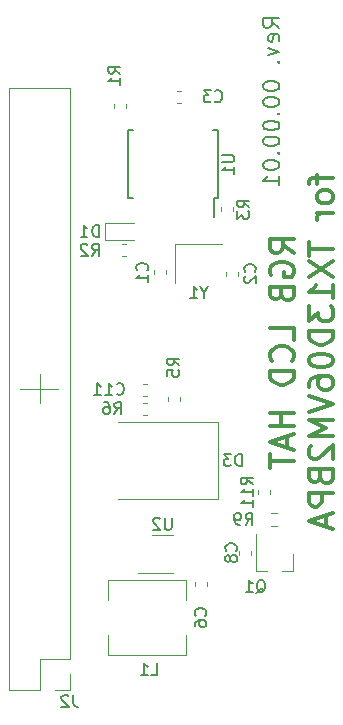
<source format=gbo>
G04 #@! TF.GenerationSoftware,KiCad,Pcbnew,(5.1.4)-1*
G04 #@! TF.CreationDate,2021-02-22T09:31:14+01:00*
G04 #@! TF.ProjectId,rgb_lcd_pihat,7267625f-6c63-4645-9f70-696861742e6b,rev?*
G04 #@! TF.SameCoordinates,Original*
G04 #@! TF.FileFunction,Legend,Bot*
G04 #@! TF.FilePolarity,Positive*
%FSLAX46Y46*%
G04 Gerber Fmt 4.6, Leading zero omitted, Abs format (unit mm)*
G04 Created by KiCad (PCBNEW (5.1.4)-1) date 2021-02-22 09:31:14*
%MOMM*%
%LPD*%
G04 APERTURE LIST*
%ADD10C,0.200000*%
%ADD11C,0.300000*%
%ADD12C,0.120000*%
%ADD13C,0.150000*%
G04 APERTURE END LIST*
D10*
X64033333Y-36966666D02*
X63366666Y-36500000D01*
X64033333Y-36166666D02*
X62633333Y-36166666D01*
X62633333Y-36700000D01*
X62700000Y-36833333D01*
X62766666Y-36900000D01*
X62900000Y-36966666D01*
X63100000Y-36966666D01*
X63233333Y-36900000D01*
X63300000Y-36833333D01*
X63366666Y-36700000D01*
X63366666Y-36166666D01*
X63966666Y-38100000D02*
X64033333Y-37966666D01*
X64033333Y-37700000D01*
X63966666Y-37566666D01*
X63833333Y-37500000D01*
X63300000Y-37500000D01*
X63166666Y-37566666D01*
X63100000Y-37700000D01*
X63100000Y-37966666D01*
X63166666Y-38100000D01*
X63300000Y-38166666D01*
X63433333Y-38166666D01*
X63566666Y-37500000D01*
X63100000Y-38633333D02*
X64033333Y-38966666D01*
X63100000Y-39300000D01*
X63900000Y-39833333D02*
X63966666Y-39900000D01*
X64033333Y-39833333D01*
X63966666Y-39766666D01*
X63900000Y-39833333D01*
X64033333Y-39833333D01*
X62633333Y-41833333D02*
X62633333Y-41966666D01*
X62700000Y-42099999D01*
X62766666Y-42166666D01*
X62900000Y-42233333D01*
X63166666Y-42299999D01*
X63500000Y-42299999D01*
X63766666Y-42233333D01*
X63900000Y-42166666D01*
X63966666Y-42099999D01*
X64033333Y-41966666D01*
X64033333Y-41833333D01*
X63966666Y-41699999D01*
X63900000Y-41633333D01*
X63766666Y-41566666D01*
X63500000Y-41499999D01*
X63166666Y-41499999D01*
X62900000Y-41566666D01*
X62766666Y-41633333D01*
X62700000Y-41699999D01*
X62633333Y-41833333D01*
X62633333Y-43166666D02*
X62633333Y-43299999D01*
X62700000Y-43433333D01*
X62766666Y-43499999D01*
X62900000Y-43566666D01*
X63166666Y-43633333D01*
X63500000Y-43633333D01*
X63766666Y-43566666D01*
X63900000Y-43499999D01*
X63966666Y-43433333D01*
X64033333Y-43299999D01*
X64033333Y-43166666D01*
X63966666Y-43033333D01*
X63900000Y-42966666D01*
X63766666Y-42899999D01*
X63500000Y-42833333D01*
X63166666Y-42833333D01*
X62900000Y-42899999D01*
X62766666Y-42966666D01*
X62700000Y-43033333D01*
X62633333Y-43166666D01*
X63900000Y-44233333D02*
X63966666Y-44299999D01*
X64033333Y-44233333D01*
X63966666Y-44166666D01*
X63900000Y-44233333D01*
X64033333Y-44233333D01*
X62633333Y-45166666D02*
X62633333Y-45299999D01*
X62700000Y-45433333D01*
X62766666Y-45499999D01*
X62900000Y-45566666D01*
X63166666Y-45633333D01*
X63500000Y-45633333D01*
X63766666Y-45566666D01*
X63900000Y-45499999D01*
X63966666Y-45433333D01*
X64033333Y-45299999D01*
X64033333Y-45166666D01*
X63966666Y-45033333D01*
X63900000Y-44966666D01*
X63766666Y-44899999D01*
X63500000Y-44833333D01*
X63166666Y-44833333D01*
X62900000Y-44899999D01*
X62766666Y-44966666D01*
X62700000Y-45033333D01*
X62633333Y-45166666D01*
X62633333Y-46499999D02*
X62633333Y-46633333D01*
X62700000Y-46766666D01*
X62766666Y-46833333D01*
X62900000Y-46899999D01*
X63166666Y-46966666D01*
X63500000Y-46966666D01*
X63766666Y-46899999D01*
X63900000Y-46833333D01*
X63966666Y-46766666D01*
X64033333Y-46633333D01*
X64033333Y-46499999D01*
X63966666Y-46366666D01*
X63900000Y-46299999D01*
X63766666Y-46233333D01*
X63500000Y-46166666D01*
X63166666Y-46166666D01*
X62900000Y-46233333D01*
X62766666Y-46299999D01*
X62700000Y-46366666D01*
X62633333Y-46499999D01*
X63900000Y-47566666D02*
X63966666Y-47633333D01*
X64033333Y-47566666D01*
X63966666Y-47499999D01*
X63900000Y-47566666D01*
X64033333Y-47566666D01*
X62633333Y-48499999D02*
X62633333Y-48633333D01*
X62700000Y-48766666D01*
X62766666Y-48833333D01*
X62900000Y-48899999D01*
X63166666Y-48966666D01*
X63500000Y-48966666D01*
X63766666Y-48899999D01*
X63900000Y-48833333D01*
X63966666Y-48766666D01*
X64033333Y-48633333D01*
X64033333Y-48499999D01*
X63966666Y-48366666D01*
X63900000Y-48299999D01*
X63766666Y-48233333D01*
X63500000Y-48166666D01*
X63166666Y-48166666D01*
X62900000Y-48233333D01*
X62766666Y-48299999D01*
X62700000Y-48366666D01*
X62633333Y-48499999D01*
X64033333Y-50299999D02*
X64033333Y-49499999D01*
X64033333Y-49899999D02*
X62633333Y-49899999D01*
X62833333Y-49766666D01*
X62966666Y-49633333D01*
X63033333Y-49499999D01*
D11*
X65254761Y-56019047D02*
X64302380Y-55352380D01*
X65254761Y-54876190D02*
X63254761Y-54876190D01*
X63254761Y-55638095D01*
X63350000Y-55828571D01*
X63445238Y-55923809D01*
X63635714Y-56019047D01*
X63921428Y-56019047D01*
X64111904Y-55923809D01*
X64207142Y-55828571D01*
X64302380Y-55638095D01*
X64302380Y-54876190D01*
X63350000Y-57923809D02*
X63254761Y-57733333D01*
X63254761Y-57447619D01*
X63350000Y-57161904D01*
X63540476Y-56971428D01*
X63730952Y-56876190D01*
X64111904Y-56780952D01*
X64397619Y-56780952D01*
X64778571Y-56876190D01*
X64969047Y-56971428D01*
X65159523Y-57161904D01*
X65254761Y-57447619D01*
X65254761Y-57638095D01*
X65159523Y-57923809D01*
X65064285Y-58019047D01*
X64397619Y-58019047D01*
X64397619Y-57638095D01*
X64207142Y-59542857D02*
X64302380Y-59828571D01*
X64397619Y-59923809D01*
X64588095Y-60019047D01*
X64873809Y-60019047D01*
X65064285Y-59923809D01*
X65159523Y-59828571D01*
X65254761Y-59638095D01*
X65254761Y-58876190D01*
X63254761Y-58876190D01*
X63254761Y-59542857D01*
X63350000Y-59733333D01*
X63445238Y-59828571D01*
X63635714Y-59923809D01*
X63826190Y-59923809D01*
X64016666Y-59828571D01*
X64111904Y-59733333D01*
X64207142Y-59542857D01*
X64207142Y-58876190D01*
X65254761Y-63352380D02*
X65254761Y-62400000D01*
X63254761Y-62400000D01*
X65064285Y-65161904D02*
X65159523Y-65066666D01*
X65254761Y-64780952D01*
X65254761Y-64590476D01*
X65159523Y-64304761D01*
X64969047Y-64114285D01*
X64778571Y-64019047D01*
X64397619Y-63923809D01*
X64111904Y-63923809D01*
X63730952Y-64019047D01*
X63540476Y-64114285D01*
X63350000Y-64304761D01*
X63254761Y-64590476D01*
X63254761Y-64780952D01*
X63350000Y-65066666D01*
X63445238Y-65161904D01*
X65254761Y-66019047D02*
X63254761Y-66019047D01*
X63254761Y-66495238D01*
X63350000Y-66780952D01*
X63540476Y-66971428D01*
X63730952Y-67066666D01*
X64111904Y-67161904D01*
X64397619Y-67161904D01*
X64778571Y-67066666D01*
X64969047Y-66971428D01*
X65159523Y-66780952D01*
X65254761Y-66495238D01*
X65254761Y-66019047D01*
X65254761Y-69542857D02*
X63254761Y-69542857D01*
X64207142Y-69542857D02*
X64207142Y-70685714D01*
X65254761Y-70685714D02*
X63254761Y-70685714D01*
X64683333Y-71542857D02*
X64683333Y-72495238D01*
X65254761Y-71352380D02*
X63254761Y-72019047D01*
X65254761Y-72685714D01*
X63254761Y-73066666D02*
X63254761Y-74209523D01*
X65254761Y-73638095D02*
X63254761Y-73638095D01*
X67221428Y-49400000D02*
X67221428Y-50161904D01*
X68554761Y-49685714D02*
X66840476Y-49685714D01*
X66650000Y-49780952D01*
X66554761Y-49971428D01*
X66554761Y-50161904D01*
X68554761Y-51114285D02*
X68459523Y-50923809D01*
X68364285Y-50828571D01*
X68173809Y-50733333D01*
X67602380Y-50733333D01*
X67411904Y-50828571D01*
X67316666Y-50923809D01*
X67221428Y-51114285D01*
X67221428Y-51400000D01*
X67316666Y-51590476D01*
X67411904Y-51685714D01*
X67602380Y-51780952D01*
X68173809Y-51780952D01*
X68364285Y-51685714D01*
X68459523Y-51590476D01*
X68554761Y-51400000D01*
X68554761Y-51114285D01*
X68554761Y-52638095D02*
X67221428Y-52638095D01*
X67602380Y-52638095D02*
X67411904Y-52733333D01*
X67316666Y-52828571D01*
X67221428Y-53019047D01*
X67221428Y-53209523D01*
X66554761Y-55114285D02*
X66554761Y-56257142D01*
X68554761Y-55685714D02*
X66554761Y-55685714D01*
X66554761Y-56733333D02*
X68554761Y-58066666D01*
X66554761Y-58066666D02*
X68554761Y-56733333D01*
X68554761Y-59876190D02*
X68554761Y-58733333D01*
X68554761Y-59304761D02*
X66554761Y-59304761D01*
X66840476Y-59114285D01*
X67030952Y-58923809D01*
X67126190Y-58733333D01*
X66554761Y-60542857D02*
X66554761Y-61780952D01*
X67316666Y-61114285D01*
X67316666Y-61400000D01*
X67411904Y-61590476D01*
X67507142Y-61685714D01*
X67697619Y-61780952D01*
X68173809Y-61780952D01*
X68364285Y-61685714D01*
X68459523Y-61590476D01*
X68554761Y-61400000D01*
X68554761Y-60828571D01*
X68459523Y-60638095D01*
X68364285Y-60542857D01*
X68554761Y-62638095D02*
X66554761Y-62638095D01*
X66554761Y-63114285D01*
X66650000Y-63400000D01*
X66840476Y-63590476D01*
X67030952Y-63685714D01*
X67411904Y-63780952D01*
X67697619Y-63780952D01*
X68078571Y-63685714D01*
X68269047Y-63590476D01*
X68459523Y-63400000D01*
X68554761Y-63114285D01*
X68554761Y-62638095D01*
X66554761Y-65019047D02*
X66554761Y-65209523D01*
X66650000Y-65399999D01*
X66745238Y-65495238D01*
X66935714Y-65590476D01*
X67316666Y-65685714D01*
X67792857Y-65685714D01*
X68173809Y-65590476D01*
X68364285Y-65495238D01*
X68459523Y-65399999D01*
X68554761Y-65209523D01*
X68554761Y-65019047D01*
X68459523Y-64828571D01*
X68364285Y-64733333D01*
X68173809Y-64638095D01*
X67792857Y-64542857D01*
X67316666Y-64542857D01*
X66935714Y-64638095D01*
X66745238Y-64733333D01*
X66650000Y-64828571D01*
X66554761Y-65019047D01*
X66554761Y-67400000D02*
X66554761Y-67019047D01*
X66650000Y-66828571D01*
X66745238Y-66733333D01*
X67030952Y-66542857D01*
X67411904Y-66447619D01*
X68173809Y-66447619D01*
X68364285Y-66542857D01*
X68459523Y-66638095D01*
X68554761Y-66828571D01*
X68554761Y-67209523D01*
X68459523Y-67400000D01*
X68364285Y-67495238D01*
X68173809Y-67590476D01*
X67697619Y-67590476D01*
X67507142Y-67495238D01*
X67411904Y-67400000D01*
X67316666Y-67209523D01*
X67316666Y-66828571D01*
X67411904Y-66638095D01*
X67507142Y-66542857D01*
X67697619Y-66447619D01*
X66554761Y-68161904D02*
X68554761Y-68828571D01*
X66554761Y-69495238D01*
X68554761Y-70161904D02*
X66554761Y-70161904D01*
X67983333Y-70828571D01*
X66554761Y-71495238D01*
X68554761Y-71495238D01*
X66745238Y-72352380D02*
X66650000Y-72447619D01*
X66554761Y-72638095D01*
X66554761Y-73114285D01*
X66650000Y-73304761D01*
X66745238Y-73400000D01*
X66935714Y-73495238D01*
X67126190Y-73495238D01*
X67411904Y-73400000D01*
X68554761Y-72257142D01*
X68554761Y-73495238D01*
X67507142Y-75019047D02*
X67602380Y-75304761D01*
X67697619Y-75400000D01*
X67888095Y-75495238D01*
X68173809Y-75495238D01*
X68364285Y-75400000D01*
X68459523Y-75304761D01*
X68554761Y-75114285D01*
X68554761Y-74352380D01*
X66554761Y-74352380D01*
X66554761Y-75019047D01*
X66650000Y-75209523D01*
X66745238Y-75304761D01*
X66935714Y-75400000D01*
X67126190Y-75400000D01*
X67316666Y-75304761D01*
X67411904Y-75209523D01*
X67507142Y-75019047D01*
X67507142Y-74352380D01*
X68554761Y-76352380D02*
X66554761Y-76352380D01*
X66554761Y-77114285D01*
X66650000Y-77304761D01*
X66745238Y-77400000D01*
X66935714Y-77495238D01*
X67221428Y-77495238D01*
X67411904Y-77400000D01*
X67507142Y-77304761D01*
X67602380Y-77114285D01*
X67602380Y-76352380D01*
X67983333Y-78257142D02*
X67983333Y-79209523D01*
X68554761Y-78066666D02*
X66554761Y-78733333D01*
X68554761Y-79400000D01*
D12*
X63260000Y-76078733D02*
X63260000Y-76421267D01*
X62240000Y-76078733D02*
X62240000Y-76421267D01*
X63345276Y-79122500D02*
X63854724Y-79122500D01*
X63345276Y-78077500D02*
X63854724Y-78077500D01*
X65180000Y-82960000D02*
X64250000Y-82960000D01*
X62020000Y-82960000D02*
X62950000Y-82960000D01*
X62020000Y-82960000D02*
X62020000Y-79800000D01*
X65180000Y-82960000D02*
X65180000Y-81500000D01*
X51010000Y-43746267D02*
X51010000Y-43403733D01*
X49990000Y-43746267D02*
X49990000Y-43403733D01*
X55200000Y-58600000D02*
X55200000Y-55300000D01*
X55200000Y-55300000D02*
X59200000Y-55300000D01*
X43750000Y-68760000D02*
X43750000Y-66260000D01*
X42100000Y-67510000D02*
X45300000Y-67510000D01*
X45000000Y-92990000D02*
X46330000Y-92990000D01*
X46330000Y-92990000D02*
X46330000Y-91660000D01*
X43730000Y-92990000D02*
X43730000Y-90390000D01*
X43730000Y-90390000D02*
X46330000Y-90390000D01*
X46330000Y-90390000D02*
X46330000Y-42070000D01*
X41130000Y-42070000D02*
X46330000Y-42070000D01*
X41130000Y-92990000D02*
X41130000Y-42070000D01*
X41130000Y-92990000D02*
X43730000Y-92990000D01*
X52846267Y-67090000D02*
X52503733Y-67090000D01*
X52846267Y-68110000D02*
X52503733Y-68110000D01*
X53390000Y-57503733D02*
X53390000Y-57846267D01*
X54410000Y-57503733D02*
X54410000Y-57846267D01*
X59490000Y-57603733D02*
X59490000Y-57946267D01*
X60510000Y-57603733D02*
X60510000Y-57946267D01*
X55353733Y-42290000D02*
X55696267Y-42290000D01*
X55353733Y-43310000D02*
X55696267Y-43310000D01*
X57910000Y-83853733D02*
X57910000Y-84196267D01*
X56890000Y-83853733D02*
X56890000Y-84196267D01*
X60590000Y-81253733D02*
X60590000Y-81596267D01*
X61610000Y-81253733D02*
X61610000Y-81596267D01*
X51725000Y-54935000D02*
X49265000Y-54935000D01*
X49265000Y-54935000D02*
X49265000Y-53465000D01*
X49265000Y-53465000D02*
X51725000Y-53465000D01*
X49550000Y-83700000D02*
X49550000Y-85400000D01*
X56150000Y-83700000D02*
X49550000Y-83700000D01*
X56150000Y-85400000D02*
X56150000Y-83700000D01*
X56150000Y-90100000D02*
X56150000Y-88400000D01*
X49550000Y-90100000D02*
X56150000Y-90100000D01*
X49550000Y-88400000D02*
X49550000Y-90100000D01*
X51046267Y-55290000D02*
X50703733Y-55290000D01*
X51046267Y-56310000D02*
X50703733Y-56310000D01*
X60110000Y-52496267D02*
X60110000Y-52153733D01*
X59090000Y-52496267D02*
X59090000Y-52153733D01*
X54590000Y-68596267D02*
X54590000Y-68253733D01*
X55610000Y-68596267D02*
X55610000Y-68253733D01*
X52846267Y-68690000D02*
X52503733Y-68690000D01*
X52846267Y-69710000D02*
X52503733Y-69710000D01*
D13*
X58475000Y-51375000D02*
X58475000Y-52975000D01*
X51175000Y-51375000D02*
X51175000Y-45625000D01*
X58825000Y-51375000D02*
X58825000Y-45625000D01*
X51175000Y-51375000D02*
X51625000Y-51375000D01*
X51175000Y-45625000D02*
X51625000Y-45625000D01*
X58825000Y-45625000D02*
X58375000Y-45625000D01*
X58825000Y-51375000D02*
X58475000Y-51375000D01*
D12*
X55050000Y-83160000D02*
X52100000Y-83160000D01*
X53250000Y-79940000D02*
X55050000Y-79940000D01*
X58800000Y-70350000D02*
X50400000Y-70350000D01*
X58800000Y-76850000D02*
X50400000Y-76850000D01*
X58800000Y-76850000D02*
X58800000Y-70350000D01*
D13*
X61772380Y-75607142D02*
X61296190Y-75273809D01*
X61772380Y-75035714D02*
X60772380Y-75035714D01*
X60772380Y-75416666D01*
X60820000Y-75511904D01*
X60867619Y-75559523D01*
X60962857Y-75607142D01*
X61105714Y-75607142D01*
X61200952Y-75559523D01*
X61248571Y-75511904D01*
X61296190Y-75416666D01*
X61296190Y-75035714D01*
X61772380Y-76559523D02*
X61772380Y-75988095D01*
X61772380Y-76273809D02*
X60772380Y-76273809D01*
X60915238Y-76178571D01*
X61010476Y-76083333D01*
X61058095Y-75988095D01*
X61772380Y-77511904D02*
X61772380Y-76940476D01*
X61772380Y-77226190D02*
X60772380Y-77226190D01*
X60915238Y-77130952D01*
X61010476Y-77035714D01*
X61058095Y-76940476D01*
X61166666Y-79052380D02*
X61500000Y-78576190D01*
X61738095Y-79052380D02*
X61738095Y-78052380D01*
X61357142Y-78052380D01*
X61261904Y-78100000D01*
X61214285Y-78147619D01*
X61166666Y-78242857D01*
X61166666Y-78385714D01*
X61214285Y-78480952D01*
X61261904Y-78528571D01*
X61357142Y-78576190D01*
X61738095Y-78576190D01*
X60690476Y-79052380D02*
X60500000Y-79052380D01*
X60404761Y-79004761D01*
X60357142Y-78957142D01*
X60261904Y-78814285D01*
X60214285Y-78623809D01*
X60214285Y-78242857D01*
X60261904Y-78147619D01*
X60309523Y-78100000D01*
X60404761Y-78052380D01*
X60595238Y-78052380D01*
X60690476Y-78100000D01*
X60738095Y-78147619D01*
X60785714Y-78242857D01*
X60785714Y-78480952D01*
X60738095Y-78576190D01*
X60690476Y-78623809D01*
X60595238Y-78671428D01*
X60404761Y-78671428D01*
X60309523Y-78623809D01*
X60261904Y-78576190D01*
X60214285Y-78480952D01*
X62095238Y-84797619D02*
X62190476Y-84750000D01*
X62285714Y-84654761D01*
X62428571Y-84511904D01*
X62523809Y-84464285D01*
X62619047Y-84464285D01*
X62571428Y-84702380D02*
X62666666Y-84654761D01*
X62761904Y-84559523D01*
X62809523Y-84369047D01*
X62809523Y-84035714D01*
X62761904Y-83845238D01*
X62666666Y-83750000D01*
X62571428Y-83702380D01*
X62380952Y-83702380D01*
X62285714Y-83750000D01*
X62190476Y-83845238D01*
X62142857Y-84035714D01*
X62142857Y-84369047D01*
X62190476Y-84559523D01*
X62285714Y-84654761D01*
X62380952Y-84702380D01*
X62571428Y-84702380D01*
X61190476Y-84702380D02*
X61761904Y-84702380D01*
X61476190Y-84702380D02*
X61476190Y-83702380D01*
X61571428Y-83845238D01*
X61666666Y-83940476D01*
X61761904Y-83988095D01*
X50552380Y-40833333D02*
X50076190Y-40500000D01*
X50552380Y-40261904D02*
X49552380Y-40261904D01*
X49552380Y-40642857D01*
X49600000Y-40738095D01*
X49647619Y-40785714D01*
X49742857Y-40833333D01*
X49885714Y-40833333D01*
X49980952Y-40785714D01*
X50028571Y-40738095D01*
X50076190Y-40642857D01*
X50076190Y-40261904D01*
X50552380Y-41785714D02*
X50552380Y-41214285D01*
X50552380Y-41500000D02*
X49552380Y-41500000D01*
X49695238Y-41404761D01*
X49790476Y-41309523D01*
X49838095Y-41214285D01*
X57676190Y-59376190D02*
X57676190Y-59852380D01*
X58009523Y-58852380D02*
X57676190Y-59376190D01*
X57342857Y-58852380D01*
X56485714Y-59852380D02*
X57057142Y-59852380D01*
X56771428Y-59852380D02*
X56771428Y-58852380D01*
X56866666Y-58995238D01*
X56961904Y-59090476D01*
X57057142Y-59138095D01*
X46583333Y-93452380D02*
X46583333Y-94166666D01*
X46630952Y-94309523D01*
X46726190Y-94404761D01*
X46869047Y-94452380D01*
X46964285Y-94452380D01*
X46154761Y-93547619D02*
X46107142Y-93500000D01*
X46011904Y-93452380D01*
X45773809Y-93452380D01*
X45678571Y-93500000D01*
X45630952Y-93547619D01*
X45583333Y-93642857D01*
X45583333Y-93738095D01*
X45630952Y-93880952D01*
X46202380Y-94452380D01*
X45583333Y-94452380D01*
X50242857Y-67957142D02*
X50290476Y-68004761D01*
X50433333Y-68052380D01*
X50528571Y-68052380D01*
X50671428Y-68004761D01*
X50766666Y-67909523D01*
X50814285Y-67814285D01*
X50861904Y-67623809D01*
X50861904Y-67480952D01*
X50814285Y-67290476D01*
X50766666Y-67195238D01*
X50671428Y-67100000D01*
X50528571Y-67052380D01*
X50433333Y-67052380D01*
X50290476Y-67100000D01*
X50242857Y-67147619D01*
X49290476Y-68052380D02*
X49861904Y-68052380D01*
X49576190Y-68052380D02*
X49576190Y-67052380D01*
X49671428Y-67195238D01*
X49766666Y-67290476D01*
X49861904Y-67338095D01*
X48338095Y-68052380D02*
X48909523Y-68052380D01*
X48623809Y-68052380D02*
X48623809Y-67052380D01*
X48719047Y-67195238D01*
X48814285Y-67290476D01*
X48909523Y-67338095D01*
X52827142Y-57508333D02*
X52874761Y-57460714D01*
X52922380Y-57317857D01*
X52922380Y-57222619D01*
X52874761Y-57079761D01*
X52779523Y-56984523D01*
X52684285Y-56936904D01*
X52493809Y-56889285D01*
X52350952Y-56889285D01*
X52160476Y-56936904D01*
X52065238Y-56984523D01*
X51970000Y-57079761D01*
X51922380Y-57222619D01*
X51922380Y-57317857D01*
X51970000Y-57460714D01*
X52017619Y-57508333D01*
X52922380Y-58460714D02*
X52922380Y-57889285D01*
X52922380Y-58175000D02*
X51922380Y-58175000D01*
X52065238Y-58079761D01*
X52160476Y-57984523D01*
X52208095Y-57889285D01*
X61957142Y-57608333D02*
X62004761Y-57560714D01*
X62052380Y-57417857D01*
X62052380Y-57322619D01*
X62004761Y-57179761D01*
X61909523Y-57084523D01*
X61814285Y-57036904D01*
X61623809Y-56989285D01*
X61480952Y-56989285D01*
X61290476Y-57036904D01*
X61195238Y-57084523D01*
X61100000Y-57179761D01*
X61052380Y-57322619D01*
X61052380Y-57417857D01*
X61100000Y-57560714D01*
X61147619Y-57608333D01*
X61147619Y-57989285D02*
X61100000Y-58036904D01*
X61052380Y-58132142D01*
X61052380Y-58370238D01*
X61100000Y-58465476D01*
X61147619Y-58513095D01*
X61242857Y-58560714D01*
X61338095Y-58560714D01*
X61480952Y-58513095D01*
X62052380Y-57941666D01*
X62052380Y-58560714D01*
X58566666Y-43157142D02*
X58614285Y-43204761D01*
X58757142Y-43252380D01*
X58852380Y-43252380D01*
X58995238Y-43204761D01*
X59090476Y-43109523D01*
X59138095Y-43014285D01*
X59185714Y-42823809D01*
X59185714Y-42680952D01*
X59138095Y-42490476D01*
X59090476Y-42395238D01*
X58995238Y-42300000D01*
X58852380Y-42252380D01*
X58757142Y-42252380D01*
X58614285Y-42300000D01*
X58566666Y-42347619D01*
X58233333Y-42252380D02*
X57614285Y-42252380D01*
X57947619Y-42633333D01*
X57804761Y-42633333D01*
X57709523Y-42680952D01*
X57661904Y-42728571D01*
X57614285Y-42823809D01*
X57614285Y-43061904D01*
X57661904Y-43157142D01*
X57709523Y-43204761D01*
X57804761Y-43252380D01*
X58090476Y-43252380D01*
X58185714Y-43204761D01*
X58233333Y-43157142D01*
X57757142Y-86733333D02*
X57804761Y-86685714D01*
X57852380Y-86542857D01*
X57852380Y-86447619D01*
X57804761Y-86304761D01*
X57709523Y-86209523D01*
X57614285Y-86161904D01*
X57423809Y-86114285D01*
X57280952Y-86114285D01*
X57090476Y-86161904D01*
X56995238Y-86209523D01*
X56900000Y-86304761D01*
X56852380Y-86447619D01*
X56852380Y-86542857D01*
X56900000Y-86685714D01*
X56947619Y-86733333D01*
X56852380Y-87590476D02*
X56852380Y-87400000D01*
X56900000Y-87304761D01*
X56947619Y-87257142D01*
X57090476Y-87161904D01*
X57280952Y-87114285D01*
X57661904Y-87114285D01*
X57757142Y-87161904D01*
X57804761Y-87209523D01*
X57852380Y-87304761D01*
X57852380Y-87495238D01*
X57804761Y-87590476D01*
X57757142Y-87638095D01*
X57661904Y-87685714D01*
X57423809Y-87685714D01*
X57328571Y-87638095D01*
X57280952Y-87590476D01*
X57233333Y-87495238D01*
X57233333Y-87304761D01*
X57280952Y-87209523D01*
X57328571Y-87161904D01*
X57423809Y-87114285D01*
X60357142Y-81233333D02*
X60404761Y-81185714D01*
X60452380Y-81042857D01*
X60452380Y-80947619D01*
X60404761Y-80804761D01*
X60309523Y-80709523D01*
X60214285Y-80661904D01*
X60023809Y-80614285D01*
X59880952Y-80614285D01*
X59690476Y-80661904D01*
X59595238Y-80709523D01*
X59500000Y-80804761D01*
X59452380Y-80947619D01*
X59452380Y-81042857D01*
X59500000Y-81185714D01*
X59547619Y-81233333D01*
X59880952Y-81804761D02*
X59833333Y-81709523D01*
X59785714Y-81661904D01*
X59690476Y-81614285D01*
X59642857Y-81614285D01*
X59547619Y-81661904D01*
X59500000Y-81709523D01*
X59452380Y-81804761D01*
X59452380Y-81995238D01*
X59500000Y-82090476D01*
X59547619Y-82138095D01*
X59642857Y-82185714D01*
X59690476Y-82185714D01*
X59785714Y-82138095D01*
X59833333Y-82090476D01*
X59880952Y-81995238D01*
X59880952Y-81804761D01*
X59928571Y-81709523D01*
X59976190Y-81661904D01*
X60071428Y-81614285D01*
X60261904Y-81614285D01*
X60357142Y-81661904D01*
X60404761Y-81709523D01*
X60452380Y-81804761D01*
X60452380Y-81995238D01*
X60404761Y-82090476D01*
X60357142Y-82138095D01*
X60261904Y-82185714D01*
X60071428Y-82185714D01*
X59976190Y-82138095D01*
X59928571Y-82090476D01*
X59880952Y-81995238D01*
X48738095Y-54652380D02*
X48738095Y-53652380D01*
X48500000Y-53652380D01*
X48357142Y-53700000D01*
X48261904Y-53795238D01*
X48214285Y-53890476D01*
X48166666Y-54080952D01*
X48166666Y-54223809D01*
X48214285Y-54414285D01*
X48261904Y-54509523D01*
X48357142Y-54604761D01*
X48500000Y-54652380D01*
X48738095Y-54652380D01*
X47214285Y-54652380D02*
X47785714Y-54652380D01*
X47500000Y-54652380D02*
X47500000Y-53652380D01*
X47595238Y-53795238D01*
X47690476Y-53890476D01*
X47785714Y-53938095D01*
X53166666Y-91752380D02*
X53642857Y-91752380D01*
X53642857Y-90752380D01*
X52309523Y-91752380D02*
X52880952Y-91752380D01*
X52595238Y-91752380D02*
X52595238Y-90752380D01*
X52690476Y-90895238D01*
X52785714Y-90990476D01*
X52880952Y-91038095D01*
X48166666Y-56252380D02*
X48500000Y-55776190D01*
X48738095Y-56252380D02*
X48738095Y-55252380D01*
X48357142Y-55252380D01*
X48261904Y-55300000D01*
X48214285Y-55347619D01*
X48166666Y-55442857D01*
X48166666Y-55585714D01*
X48214285Y-55680952D01*
X48261904Y-55728571D01*
X48357142Y-55776190D01*
X48738095Y-55776190D01*
X47785714Y-55347619D02*
X47738095Y-55300000D01*
X47642857Y-55252380D01*
X47404761Y-55252380D01*
X47309523Y-55300000D01*
X47261904Y-55347619D01*
X47214285Y-55442857D01*
X47214285Y-55538095D01*
X47261904Y-55680952D01*
X47833333Y-56252380D01*
X47214285Y-56252380D01*
X61482380Y-52158333D02*
X61006190Y-51825000D01*
X61482380Y-51586904D02*
X60482380Y-51586904D01*
X60482380Y-51967857D01*
X60530000Y-52063095D01*
X60577619Y-52110714D01*
X60672857Y-52158333D01*
X60815714Y-52158333D01*
X60910952Y-52110714D01*
X60958571Y-52063095D01*
X61006190Y-51967857D01*
X61006190Y-51586904D01*
X60482380Y-52491666D02*
X60482380Y-53110714D01*
X60863333Y-52777380D01*
X60863333Y-52920238D01*
X60910952Y-53015476D01*
X60958571Y-53063095D01*
X61053809Y-53110714D01*
X61291904Y-53110714D01*
X61387142Y-53063095D01*
X61434761Y-53015476D01*
X61482380Y-52920238D01*
X61482380Y-52634523D01*
X61434761Y-52539285D01*
X61387142Y-52491666D01*
X55552380Y-65533333D02*
X55076190Y-65200000D01*
X55552380Y-64961904D02*
X54552380Y-64961904D01*
X54552380Y-65342857D01*
X54600000Y-65438095D01*
X54647619Y-65485714D01*
X54742857Y-65533333D01*
X54885714Y-65533333D01*
X54980952Y-65485714D01*
X55028571Y-65438095D01*
X55076190Y-65342857D01*
X55076190Y-64961904D01*
X54552380Y-66438095D02*
X54552380Y-65961904D01*
X55028571Y-65914285D01*
X54980952Y-65961904D01*
X54933333Y-66057142D01*
X54933333Y-66295238D01*
X54980952Y-66390476D01*
X55028571Y-66438095D01*
X55123809Y-66485714D01*
X55361904Y-66485714D01*
X55457142Y-66438095D01*
X55504761Y-66390476D01*
X55552380Y-66295238D01*
X55552380Y-66057142D01*
X55504761Y-65961904D01*
X55457142Y-65914285D01*
X50066666Y-69652380D02*
X50400000Y-69176190D01*
X50638095Y-69652380D02*
X50638095Y-68652380D01*
X50257142Y-68652380D01*
X50161904Y-68700000D01*
X50114285Y-68747619D01*
X50066666Y-68842857D01*
X50066666Y-68985714D01*
X50114285Y-69080952D01*
X50161904Y-69128571D01*
X50257142Y-69176190D01*
X50638095Y-69176190D01*
X49209523Y-68652380D02*
X49400000Y-68652380D01*
X49495238Y-68700000D01*
X49542857Y-68747619D01*
X49638095Y-68890476D01*
X49685714Y-69080952D01*
X49685714Y-69461904D01*
X49638095Y-69557142D01*
X49590476Y-69604761D01*
X49495238Y-69652380D01*
X49304761Y-69652380D01*
X49209523Y-69604761D01*
X49161904Y-69557142D01*
X49114285Y-69461904D01*
X49114285Y-69223809D01*
X49161904Y-69128571D01*
X49209523Y-69080952D01*
X49304761Y-69033333D01*
X49495238Y-69033333D01*
X49590476Y-69080952D01*
X49638095Y-69128571D01*
X49685714Y-69223809D01*
X59202380Y-47738095D02*
X60011904Y-47738095D01*
X60107142Y-47785714D01*
X60154761Y-47833333D01*
X60202380Y-47928571D01*
X60202380Y-48119047D01*
X60154761Y-48214285D01*
X60107142Y-48261904D01*
X60011904Y-48309523D01*
X59202380Y-48309523D01*
X60202380Y-49309523D02*
X60202380Y-48738095D01*
X60202380Y-49023809D02*
X59202380Y-49023809D01*
X59345238Y-48928571D01*
X59440476Y-48833333D01*
X59488095Y-48738095D01*
X54911904Y-78452380D02*
X54911904Y-79261904D01*
X54864285Y-79357142D01*
X54816666Y-79404761D01*
X54721428Y-79452380D01*
X54530952Y-79452380D01*
X54435714Y-79404761D01*
X54388095Y-79357142D01*
X54340476Y-79261904D01*
X54340476Y-78452380D01*
X53911904Y-78547619D02*
X53864285Y-78500000D01*
X53769047Y-78452380D01*
X53530952Y-78452380D01*
X53435714Y-78500000D01*
X53388095Y-78547619D01*
X53340476Y-78642857D01*
X53340476Y-78738095D01*
X53388095Y-78880952D01*
X53959523Y-79452380D01*
X53340476Y-79452380D01*
X60838095Y-74052380D02*
X60838095Y-73052380D01*
X60600000Y-73052380D01*
X60457142Y-73100000D01*
X60361904Y-73195238D01*
X60314285Y-73290476D01*
X60266666Y-73480952D01*
X60266666Y-73623809D01*
X60314285Y-73814285D01*
X60361904Y-73909523D01*
X60457142Y-74004761D01*
X60600000Y-74052380D01*
X60838095Y-74052380D01*
X59933333Y-73052380D02*
X59314285Y-73052380D01*
X59647619Y-73433333D01*
X59504761Y-73433333D01*
X59409523Y-73480952D01*
X59361904Y-73528571D01*
X59314285Y-73623809D01*
X59314285Y-73861904D01*
X59361904Y-73957142D01*
X59409523Y-74004761D01*
X59504761Y-74052380D01*
X59790476Y-74052380D01*
X59885714Y-74004761D01*
X59933333Y-73957142D01*
M02*

</source>
